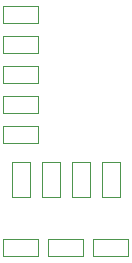
<source format=gbr>
%TF.GenerationSoftware,KiCad,Pcbnew,5.1.7+dfsg1-1~bpo10+1*%
%TF.CreationDate,Date%
%TF.ProjectId,ProMicro_CONN,50726f4d-6963-4726-9f5f-434f4e4e2e6b,v1.4*%
%TF.SameCoordinates,Original*%
%TF.FileFunction,Other,User*%
%FSLAX46Y46*%
G04 Gerber Fmt 4.6, Leading zero omitted, Abs format (unit mm)*
G04 Created by KiCad*
%MOMM*%
%LPD*%
G01*
G04 APERTURE LIST*
%ADD10C,0.050000*%
G04 APERTURE END LIST*
D10*
%TO.C,R4*%
X12160000Y4235000D02*
X10700000Y4235000D01*
X10700000Y4235000D02*
X10700000Y7195000D01*
X10700000Y7195000D02*
X12160000Y7195000D01*
X12160000Y7195000D02*
X12160000Y4235000D01*
%TO.C,R9*%
X2330000Y16415000D02*
X2330000Y17875000D01*
X2330000Y17875000D02*
X5290000Y17875000D01*
X5290000Y17875000D02*
X5290000Y16415000D01*
X5290000Y16415000D02*
X2330000Y16415000D01*
%TO.C,R8*%
X12910000Y-793452D02*
X9950000Y-793452D01*
X12910000Y666548D02*
X12910000Y-793452D01*
X9950000Y666548D02*
X12910000Y666548D01*
X9950000Y-793452D02*
X9950000Y666548D01*
%TO.C,R7*%
X5620000Y4235000D02*
X5620000Y7195000D01*
X7080000Y4235000D02*
X5620000Y4235000D01*
X7080000Y7195000D02*
X7080000Y4235000D01*
X5620000Y7195000D02*
X7080000Y7195000D01*
%TO.C,R6*%
X2330000Y10255000D02*
X5290000Y10255000D01*
X2330000Y8795000D02*
X2330000Y10255000D01*
X5290000Y8795000D02*
X2330000Y8795000D01*
X5290000Y10255000D02*
X5290000Y8795000D01*
%TO.C,R5*%
X2330000Y15335000D02*
X5290000Y15335000D01*
X2330000Y13875000D02*
X2330000Y15335000D01*
X5290000Y13875000D02*
X2330000Y13875000D01*
X5290000Y15335000D02*
X5290000Y13875000D01*
%TO.C,R3*%
X9620000Y7195000D02*
X9620000Y4235000D01*
X8160000Y7195000D02*
X9620000Y7195000D01*
X8160000Y4235000D02*
X8160000Y7195000D01*
X9620000Y4235000D02*
X8160000Y4235000D01*
%TO.C,R2*%
X2330000Y12795000D02*
X5290000Y12795000D01*
X2330000Y11335000D02*
X2330000Y12795000D01*
X5290000Y11335000D02*
X2330000Y11335000D01*
X5290000Y12795000D02*
X5290000Y11335000D01*
%TO.C,R1*%
X2330000Y20415000D02*
X5290000Y20415000D01*
X2330000Y18955000D02*
X2330000Y20415000D01*
X5290000Y18955000D02*
X2330000Y18955000D01*
X5290000Y20415000D02*
X5290000Y18955000D01*
%TO.C,C3*%
X2330000Y666548D02*
X5290000Y666548D01*
X2330000Y-793452D02*
X2330000Y666548D01*
X5290000Y-793452D02*
X2330000Y-793452D01*
X5290000Y666548D02*
X5290000Y-793452D01*
%TO.C,C2*%
X3080000Y4235000D02*
X3080000Y7195000D01*
X4540000Y4235000D02*
X3080000Y4235000D01*
X4540000Y7195000D02*
X4540000Y4235000D01*
X3080000Y7195000D02*
X4540000Y7195000D01*
%TO.C,D1*%
X6140000Y-793452D02*
X6140000Y666548D01*
X6140000Y666548D02*
X9100000Y666548D01*
X9100000Y666548D02*
X9100000Y-793452D01*
X9100000Y-793452D02*
X6140000Y-793452D01*
%TD*%
M02*

</source>
